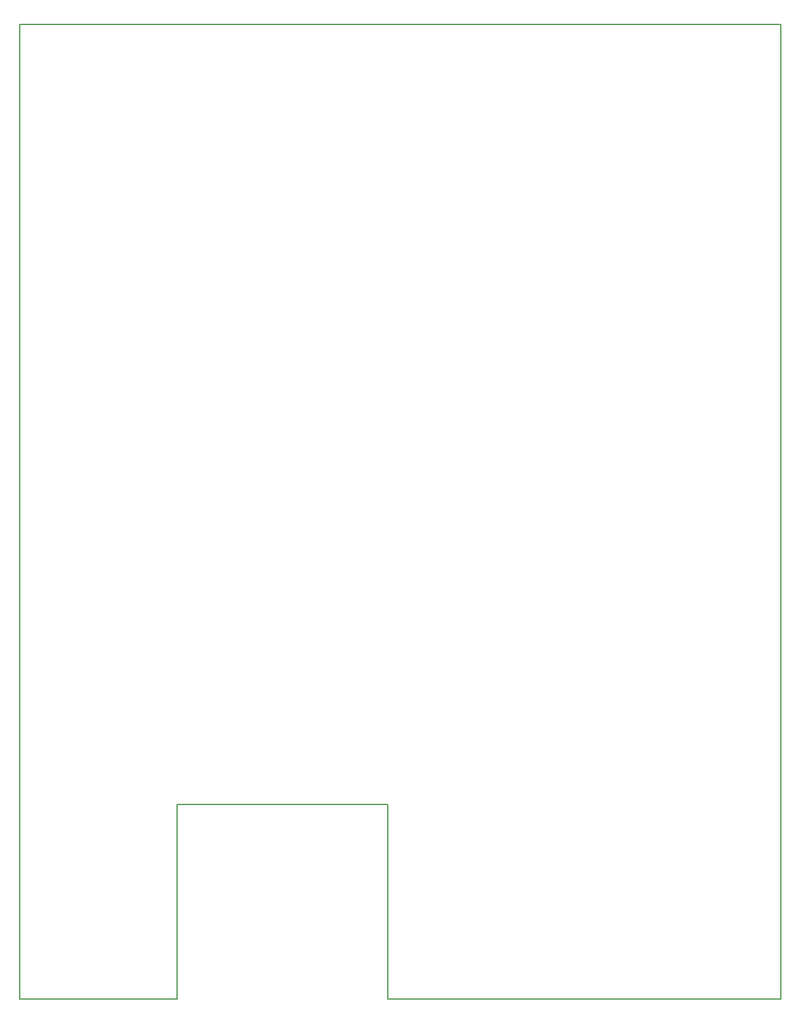
<source format=gm1>
G04 #@! TF.GenerationSoftware,KiCad,Pcbnew,6.0.0-rc1-unknown-e7fa02a~66~ubuntu18.04.1*
G04 #@! TF.CreationDate,2021-05-26T18:29:17-07:00
G04 #@! TF.ProjectId,rp_adapter,72705f61-6461-4707-9465-722e6b696361,rev?*
G04 #@! TF.SameCoordinates,Original*
G04 #@! TF.FileFunction,Profile,NP*
%FSLAX46Y46*%
G04 Gerber Fmt 4.6, Leading zero omitted, Abs format (unit mm)*
G04 Created by KiCad (PCBNEW 6.0.0-rc1-unknown-e7fa02a~66~ubuntu18.04.1) date Wed 26 May 2021 06:29:17 PM PDT*
%MOMM*%
%LPD*%
G04 APERTURE LIST*
%ADD10C,0.150000*%
G04 APERTURE END LIST*
D10*
X55000000Y-169000000D02*
X78000000Y-169000000D01*
X55000000Y-27000000D02*
X55000000Y-169039000D01*
X108721000Y-169000000D02*
X166000000Y-169000000D01*
X108721000Y-140685000D02*
X108721000Y-169000000D01*
X78000000Y-169000000D02*
X78000000Y-140685000D01*
X78000000Y-140685000D02*
X108721000Y-140685000D01*
X166000000Y-169000000D02*
X166000000Y-27000000D01*
X55000000Y-27000000D02*
X166000000Y-27000000D01*
M02*

</source>
